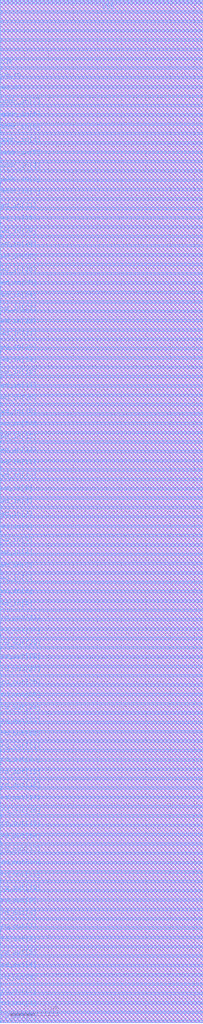
<source format=lef>
# Generated by FakeRAM 2.0
VERSION 5.7 ;
BUSBITCHARS "[]" ;
PROPERTYDEFINITIONS
  MACRO width INTEGER ;
  MACRO depth INTEGER ;
  MACRO banks INTEGER ;
END PROPERTYDEFINITIONS
MACRO fakeram7_256x32
  PROPERTY width 32 ;
  PROPERTY depth 256 ;
  PROPERTY banks 2 ;
  FOREIGN fakeram7_256x32 0 0 ;
  SYMMETRY X Y R90 ;
  SIZE 8.360 BY 42.000 ;
  CLASS BLOCK ;
  PIN rd_out[0]
    DIRECTION OUTPUT ;
    USE SIGNAL ;
    SHAPE ABUTMENT ;
    PORT
      LAYER M4 ;
      RECT 0.000 0.048 0.024 0.072 ;
    END
  END rd_out[0]
  PIN rd_out[1]
    DIRECTION OUTPUT ;
    USE SIGNAL ;
    SHAPE ABUTMENT ;
    PORT
      LAYER M4 ;
      RECT 0.000 0.576 0.024 0.600 ;
    END
  END rd_out[1]
  PIN rd_out[2]
    DIRECTION OUTPUT ;
    USE SIGNAL ;
    SHAPE ABUTMENT ;
    PORT
      LAYER M4 ;
      RECT 0.000 1.104 0.024 1.128 ;
    END
  END rd_out[2]
  PIN rd_out[3]
    DIRECTION OUTPUT ;
    USE SIGNAL ;
    SHAPE ABUTMENT ;
    PORT
      LAYER M4 ;
      RECT 0.000 1.632 0.024 1.656 ;
    END
  END rd_out[3]
  PIN rd_out[4]
    DIRECTION OUTPUT ;
    USE SIGNAL ;
    SHAPE ABUTMENT ;
    PORT
      LAYER M4 ;
      RECT 0.000 2.160 0.024 2.184 ;
    END
  END rd_out[4]
  PIN rd_out[5]
    DIRECTION OUTPUT ;
    USE SIGNAL ;
    SHAPE ABUTMENT ;
    PORT
      LAYER M4 ;
      RECT 0.000 2.688 0.024 2.712 ;
    END
  END rd_out[5]
  PIN rd_out[6]
    DIRECTION OUTPUT ;
    USE SIGNAL ;
    SHAPE ABUTMENT ;
    PORT
      LAYER M4 ;
      RECT 0.000 3.216 0.024 3.240 ;
    END
  END rd_out[6]
  PIN rd_out[7]
    DIRECTION OUTPUT ;
    USE SIGNAL ;
    SHAPE ABUTMENT ;
    PORT
      LAYER M4 ;
      RECT 0.000 3.744 0.024 3.768 ;
    END
  END rd_out[7]
  PIN rd_out[8]
    DIRECTION OUTPUT ;
    USE SIGNAL ;
    SHAPE ABUTMENT ;
    PORT
      LAYER M4 ;
      RECT 0.000 4.272 0.024 4.296 ;
    END
  END rd_out[8]
  PIN rd_out[9]
    DIRECTION OUTPUT ;
    USE SIGNAL ;
    SHAPE ABUTMENT ;
    PORT
      LAYER M4 ;
      RECT 0.000 4.800 0.024 4.824 ;
    END
  END rd_out[9]
  PIN rd_out[10]
    DIRECTION OUTPUT ;
    USE SIGNAL ;
    SHAPE ABUTMENT ;
    PORT
      LAYER M4 ;
      RECT 0.000 5.328 0.024 5.352 ;
    END
  END rd_out[10]
  PIN rd_out[11]
    DIRECTION OUTPUT ;
    USE SIGNAL ;
    SHAPE ABUTMENT ;
    PORT
      LAYER M4 ;
      RECT 0.000 5.856 0.024 5.880 ;
    END
  END rd_out[11]
  PIN rd_out[12]
    DIRECTION OUTPUT ;
    USE SIGNAL ;
    SHAPE ABUTMENT ;
    PORT
      LAYER M4 ;
      RECT 0.000 6.384 0.024 6.408 ;
    END
  END rd_out[12]
  PIN rd_out[13]
    DIRECTION OUTPUT ;
    USE SIGNAL ;
    SHAPE ABUTMENT ;
    PORT
      LAYER M4 ;
      RECT 0.000 6.912 0.024 6.936 ;
    END
  END rd_out[13]
  PIN rd_out[14]
    DIRECTION OUTPUT ;
    USE SIGNAL ;
    SHAPE ABUTMENT ;
    PORT
      LAYER M4 ;
      RECT 0.000 7.440 0.024 7.464 ;
    END
  END rd_out[14]
  PIN rd_out[15]
    DIRECTION OUTPUT ;
    USE SIGNAL ;
    SHAPE ABUTMENT ;
    PORT
      LAYER M4 ;
      RECT 0.000 7.968 0.024 7.992 ;
    END
  END rd_out[15]
  PIN rd_out[16]
    DIRECTION OUTPUT ;
    USE SIGNAL ;
    SHAPE ABUTMENT ;
    PORT
      LAYER M4 ;
      RECT 0.000 8.496 0.024 8.520 ;
    END
  END rd_out[16]
  PIN rd_out[17]
    DIRECTION OUTPUT ;
    USE SIGNAL ;
    SHAPE ABUTMENT ;
    PORT
      LAYER M4 ;
      RECT 0.000 9.024 0.024 9.048 ;
    END
  END rd_out[17]
  PIN rd_out[18]
    DIRECTION OUTPUT ;
    USE SIGNAL ;
    SHAPE ABUTMENT ;
    PORT
      LAYER M4 ;
      RECT 0.000 9.552 0.024 9.576 ;
    END
  END rd_out[18]
  PIN rd_out[19]
    DIRECTION OUTPUT ;
    USE SIGNAL ;
    SHAPE ABUTMENT ;
    PORT
      LAYER M4 ;
      RECT 0.000 10.080 0.024 10.104 ;
    END
  END rd_out[19]
  PIN rd_out[20]
    DIRECTION OUTPUT ;
    USE SIGNAL ;
    SHAPE ABUTMENT ;
    PORT
      LAYER M4 ;
      RECT 0.000 10.608 0.024 10.632 ;
    END
  END rd_out[20]
  PIN rd_out[21]
    DIRECTION OUTPUT ;
    USE SIGNAL ;
    SHAPE ABUTMENT ;
    PORT
      LAYER M4 ;
      RECT 0.000 11.136 0.024 11.160 ;
    END
  END rd_out[21]
  PIN rd_out[22]
    DIRECTION OUTPUT ;
    USE SIGNAL ;
    SHAPE ABUTMENT ;
    PORT
      LAYER M4 ;
      RECT 0.000 11.664 0.024 11.688 ;
    END
  END rd_out[22]
  PIN rd_out[23]
    DIRECTION OUTPUT ;
    USE SIGNAL ;
    SHAPE ABUTMENT ;
    PORT
      LAYER M4 ;
      RECT 0.000 12.192 0.024 12.216 ;
    END
  END rd_out[23]
  PIN rd_out[24]
    DIRECTION OUTPUT ;
    USE SIGNAL ;
    SHAPE ABUTMENT ;
    PORT
      LAYER M4 ;
      RECT 0.000 12.720 0.024 12.744 ;
    END
  END rd_out[24]
  PIN rd_out[25]
    DIRECTION OUTPUT ;
    USE SIGNAL ;
    SHAPE ABUTMENT ;
    PORT
      LAYER M4 ;
      RECT 0.000 13.248 0.024 13.272 ;
    END
  END rd_out[25]
  PIN rd_out[26]
    DIRECTION OUTPUT ;
    USE SIGNAL ;
    SHAPE ABUTMENT ;
    PORT
      LAYER M4 ;
      RECT 0.000 13.776 0.024 13.800 ;
    END
  END rd_out[26]
  PIN rd_out[27]
    DIRECTION OUTPUT ;
    USE SIGNAL ;
    SHAPE ABUTMENT ;
    PORT
      LAYER M4 ;
      RECT 0.000 14.304 0.024 14.328 ;
    END
  END rd_out[27]
  PIN rd_out[28]
    DIRECTION OUTPUT ;
    USE SIGNAL ;
    SHAPE ABUTMENT ;
    PORT
      LAYER M4 ;
      RECT 0.000 14.832 0.024 14.856 ;
    END
  END rd_out[28]
  PIN rd_out[29]
    DIRECTION OUTPUT ;
    USE SIGNAL ;
    SHAPE ABUTMENT ;
    PORT
      LAYER M4 ;
      RECT 0.000 15.360 0.024 15.384 ;
    END
  END rd_out[29]
  PIN rd_out[30]
    DIRECTION OUTPUT ;
    USE SIGNAL ;
    SHAPE ABUTMENT ;
    PORT
      LAYER M4 ;
      RECT 0.000 15.888 0.024 15.912 ;
    END
  END rd_out[30]
  PIN rd_out[31]
    DIRECTION OUTPUT ;
    USE SIGNAL ;
    SHAPE ABUTMENT ;
    PORT
      LAYER M4 ;
      RECT 0.000 16.416 0.024 16.440 ;
    END
  END rd_out[31]
  PIN wd_in[0]
    DIRECTION INPUT ;
    USE SIGNAL ;
    SHAPE ABUTMENT ;
    PORT
      LAYER M4 ;
      RECT 0.000 16.992 0.024 17.016 ;
    END
  END wd_in[0]
  PIN wd_in[1]
    DIRECTION INPUT ;
    USE SIGNAL ;
    SHAPE ABUTMENT ;
    PORT
      LAYER M4 ;
      RECT 0.000 17.520 0.024 17.544 ;
    END
  END wd_in[1]
  PIN wd_in[2]
    DIRECTION INPUT ;
    USE SIGNAL ;
    SHAPE ABUTMENT ;
    PORT
      LAYER M4 ;
      RECT 0.000 18.048 0.024 18.072 ;
    END
  END wd_in[2]
  PIN wd_in[3]
    DIRECTION INPUT ;
    USE SIGNAL ;
    SHAPE ABUTMENT ;
    PORT
      LAYER M4 ;
      RECT 0.000 18.576 0.024 18.600 ;
    END
  END wd_in[3]
  PIN wd_in[4]
    DIRECTION INPUT ;
    USE SIGNAL ;
    SHAPE ABUTMENT ;
    PORT
      LAYER M4 ;
      RECT 0.000 19.104 0.024 19.128 ;
    END
  END wd_in[4]
  PIN wd_in[5]
    DIRECTION INPUT ;
    USE SIGNAL ;
    SHAPE ABUTMENT ;
    PORT
      LAYER M4 ;
      RECT 0.000 19.632 0.024 19.656 ;
    END
  END wd_in[5]
  PIN wd_in[6]
    DIRECTION INPUT ;
    USE SIGNAL ;
    SHAPE ABUTMENT ;
    PORT
      LAYER M4 ;
      RECT 0.000 20.160 0.024 20.184 ;
    END
  END wd_in[6]
  PIN wd_in[7]
    DIRECTION INPUT ;
    USE SIGNAL ;
    SHAPE ABUTMENT ;
    PORT
      LAYER M4 ;
      RECT 0.000 20.688 0.024 20.712 ;
    END
  END wd_in[7]
  PIN wd_in[8]
    DIRECTION INPUT ;
    USE SIGNAL ;
    SHAPE ABUTMENT ;
    PORT
      LAYER M4 ;
      RECT 0.000 21.216 0.024 21.240 ;
    END
  END wd_in[8]
  PIN wd_in[9]
    DIRECTION INPUT ;
    USE SIGNAL ;
    SHAPE ABUTMENT ;
    PORT
      LAYER M4 ;
      RECT 0.000 21.744 0.024 21.768 ;
    END
  END wd_in[9]
  PIN wd_in[10]
    DIRECTION INPUT ;
    USE SIGNAL ;
    SHAPE ABUTMENT ;
    PORT
      LAYER M4 ;
      RECT 0.000 22.272 0.024 22.296 ;
    END
  END wd_in[10]
  PIN wd_in[11]
    DIRECTION INPUT ;
    USE SIGNAL ;
    SHAPE ABUTMENT ;
    PORT
      LAYER M4 ;
      RECT 0.000 22.800 0.024 22.824 ;
    END
  END wd_in[11]
  PIN wd_in[12]
    DIRECTION INPUT ;
    USE SIGNAL ;
    SHAPE ABUTMENT ;
    PORT
      LAYER M4 ;
      RECT 0.000 23.328 0.024 23.352 ;
    END
  END wd_in[12]
  PIN wd_in[13]
    DIRECTION INPUT ;
    USE SIGNAL ;
    SHAPE ABUTMENT ;
    PORT
      LAYER M4 ;
      RECT 0.000 23.856 0.024 23.880 ;
    END
  END wd_in[13]
  PIN wd_in[14]
    DIRECTION INPUT ;
    USE SIGNAL ;
    SHAPE ABUTMENT ;
    PORT
      LAYER M4 ;
      RECT 0.000 24.384 0.024 24.408 ;
    END
  END wd_in[14]
  PIN wd_in[15]
    DIRECTION INPUT ;
    USE SIGNAL ;
    SHAPE ABUTMENT ;
    PORT
      LAYER M4 ;
      RECT 0.000 24.912 0.024 24.936 ;
    END
  END wd_in[15]
  PIN wd_in[16]
    DIRECTION INPUT ;
    USE SIGNAL ;
    SHAPE ABUTMENT ;
    PORT
      LAYER M4 ;
      RECT 0.000 25.440 0.024 25.464 ;
    END
  END wd_in[16]
  PIN wd_in[17]
    DIRECTION INPUT ;
    USE SIGNAL ;
    SHAPE ABUTMENT ;
    PORT
      LAYER M4 ;
      RECT 0.000 25.968 0.024 25.992 ;
    END
  END wd_in[17]
  PIN wd_in[18]
    DIRECTION INPUT ;
    USE SIGNAL ;
    SHAPE ABUTMENT ;
    PORT
      LAYER M4 ;
      RECT 0.000 26.496 0.024 26.520 ;
    END
  END wd_in[18]
  PIN wd_in[19]
    DIRECTION INPUT ;
    USE SIGNAL ;
    SHAPE ABUTMENT ;
    PORT
      LAYER M4 ;
      RECT 0.000 27.024 0.024 27.048 ;
    END
  END wd_in[19]
  PIN wd_in[20]
    DIRECTION INPUT ;
    USE SIGNAL ;
    SHAPE ABUTMENT ;
    PORT
      LAYER M4 ;
      RECT 0.000 27.552 0.024 27.576 ;
    END
  END wd_in[20]
  PIN wd_in[21]
    DIRECTION INPUT ;
    USE SIGNAL ;
    SHAPE ABUTMENT ;
    PORT
      LAYER M4 ;
      RECT 0.000 28.080 0.024 28.104 ;
    END
  END wd_in[21]
  PIN wd_in[22]
    DIRECTION INPUT ;
    USE SIGNAL ;
    SHAPE ABUTMENT ;
    PORT
      LAYER M4 ;
      RECT 0.000 28.608 0.024 28.632 ;
    END
  END wd_in[22]
  PIN wd_in[23]
    DIRECTION INPUT ;
    USE SIGNAL ;
    SHAPE ABUTMENT ;
    PORT
      LAYER M4 ;
      RECT 0.000 29.136 0.024 29.160 ;
    END
  END wd_in[23]
  PIN wd_in[24]
    DIRECTION INPUT ;
    USE SIGNAL ;
    SHAPE ABUTMENT ;
    PORT
      LAYER M4 ;
      RECT 0.000 29.664 0.024 29.688 ;
    END
  END wd_in[24]
  PIN wd_in[25]
    DIRECTION INPUT ;
    USE SIGNAL ;
    SHAPE ABUTMENT ;
    PORT
      LAYER M4 ;
      RECT 0.000 30.192 0.024 30.216 ;
    END
  END wd_in[25]
  PIN wd_in[26]
    DIRECTION INPUT ;
    USE SIGNAL ;
    SHAPE ABUTMENT ;
    PORT
      LAYER M4 ;
      RECT 0.000 30.720 0.024 30.744 ;
    END
  END wd_in[26]
  PIN wd_in[27]
    DIRECTION INPUT ;
    USE SIGNAL ;
    SHAPE ABUTMENT ;
    PORT
      LAYER M4 ;
      RECT 0.000 31.248 0.024 31.272 ;
    END
  END wd_in[27]
  PIN wd_in[28]
    DIRECTION INPUT ;
    USE SIGNAL ;
    SHAPE ABUTMENT ;
    PORT
      LAYER M4 ;
      RECT 0.000 31.776 0.024 31.800 ;
    END
  END wd_in[28]
  PIN wd_in[29]
    DIRECTION INPUT ;
    USE SIGNAL ;
    SHAPE ABUTMENT ;
    PORT
      LAYER M4 ;
      RECT 0.000 32.304 0.024 32.328 ;
    END
  END wd_in[29]
  PIN wd_in[30]
    DIRECTION INPUT ;
    USE SIGNAL ;
    SHAPE ABUTMENT ;
    PORT
      LAYER M4 ;
      RECT 0.000 32.832 0.024 32.856 ;
    END
  END wd_in[30]
  PIN wd_in[31]
    DIRECTION INPUT ;
    USE SIGNAL ;
    SHAPE ABUTMENT ;
    PORT
      LAYER M4 ;
      RECT 0.000 33.360 0.024 33.384 ;
    END
  END wd_in[31]
  PIN addr_in[0]
    DIRECTION INPUT ;
    USE SIGNAL ;
    SHAPE ABUTMENT ;
    PORT
      LAYER M4 ;
      RECT 0.000 33.936 0.024 33.960 ;
    END
  END addr_in[0]
  PIN addr_in[1]
    DIRECTION INPUT ;
    USE SIGNAL ;
    SHAPE ABUTMENT ;
    PORT
      LAYER M4 ;
      RECT 0.000 34.464 0.024 34.488 ;
    END
  END addr_in[1]
  PIN addr_in[2]
    DIRECTION INPUT ;
    USE SIGNAL ;
    SHAPE ABUTMENT ;
    PORT
      LAYER M4 ;
      RECT 0.000 34.992 0.024 35.016 ;
    END
  END addr_in[2]
  PIN addr_in[3]
    DIRECTION INPUT ;
    USE SIGNAL ;
    SHAPE ABUTMENT ;
    PORT
      LAYER M4 ;
      RECT 0.000 35.520 0.024 35.544 ;
    END
  END addr_in[3]
  PIN addr_in[4]
    DIRECTION INPUT ;
    USE SIGNAL ;
    SHAPE ABUTMENT ;
    PORT
      LAYER M4 ;
      RECT 0.000 36.048 0.024 36.072 ;
    END
  END addr_in[4]
  PIN addr_in[5]
    DIRECTION INPUT ;
    USE SIGNAL ;
    SHAPE ABUTMENT ;
    PORT
      LAYER M4 ;
      RECT 0.000 36.576 0.024 36.600 ;
    END
  END addr_in[5]
  PIN addr_in[6]
    DIRECTION INPUT ;
    USE SIGNAL ;
    SHAPE ABUTMENT ;
    PORT
      LAYER M4 ;
      RECT 0.000 37.104 0.024 37.128 ;
    END
  END addr_in[6]
  PIN addr_in[7]
    DIRECTION INPUT ;
    USE SIGNAL ;
    SHAPE ABUTMENT ;
    PORT
      LAYER M4 ;
      RECT 0.000 37.632 0.024 37.656 ;
    END
  END addr_in[7]
  PIN we_in
    DIRECTION INPUT ;
    USE SIGNAL ;
    SHAPE ABUTMENT ;
    PORT
      LAYER M4 ;
      RECT 0.000 38.208 0.024 38.232 ;
    END
  END we_in
  PIN ce_in
    DIRECTION INPUT ;
    USE SIGNAL ;
    SHAPE ABUTMENT ;
    PORT
      LAYER M4 ;
      RECT 0.000 38.736 0.024 38.760 ;
    END
  END ce_in
  PIN clk
    DIRECTION INPUT ;
    USE SIGNAL ;
    SHAPE ABUTMENT ;
    PORT
      LAYER M4 ;
      RECT 0.000 39.264 0.024 39.288 ;
    END
  END clk
  PIN VSS
    DIRECTION INOUT ;
    USE GROUND ;
    PORT
      LAYER M4 ;
      RECT 0.048 0.000 8.312 0.096 ;
      RECT 0.048 0.768 8.312 0.864 ;
      RECT 0.048 1.536 8.312 1.632 ;
      RECT 0.048 2.304 8.312 2.400 ;
      RECT 0.048 3.072 8.312 3.168 ;
      RECT 0.048 3.840 8.312 3.936 ;
      RECT 0.048 4.608 8.312 4.704 ;
      RECT 0.048 5.376 8.312 5.472 ;
      RECT 0.048 6.144 8.312 6.240 ;
      RECT 0.048 6.912 8.312 7.008 ;
      RECT 0.048 7.680 8.312 7.776 ;
      RECT 0.048 8.448 8.312 8.544 ;
      RECT 0.048 9.216 8.312 9.312 ;
      RECT 0.048 9.984 8.312 10.080 ;
      RECT 0.048 10.752 8.312 10.848 ;
      RECT 0.048 11.520 8.312 11.616 ;
      RECT 0.048 12.288 8.312 12.384 ;
      RECT 0.048 13.056 8.312 13.152 ;
      RECT 0.048 13.824 8.312 13.920 ;
      RECT 0.048 14.592 8.312 14.688 ;
      RECT 0.048 15.360 8.312 15.456 ;
      RECT 0.048 16.128 8.312 16.224 ;
      RECT 0.048 16.896 8.312 16.992 ;
      RECT 0.048 17.664 8.312 17.760 ;
      RECT 0.048 18.432 8.312 18.528 ;
      RECT 0.048 19.200 8.312 19.296 ;
      RECT 0.048 19.968 8.312 20.064 ;
      RECT 0.048 20.736 8.312 20.832 ;
      RECT 0.048 21.504 8.312 21.600 ;
      RECT 0.048 22.272 8.312 22.368 ;
      RECT 0.048 23.040 8.312 23.136 ;
      RECT 0.048 23.808 8.312 23.904 ;
      RECT 0.048 24.576 8.312 24.672 ;
      RECT 0.048 25.344 8.312 25.440 ;
      RECT 0.048 26.112 8.312 26.208 ;
      RECT 0.048 26.880 8.312 26.976 ;
      RECT 0.048 27.648 8.312 27.744 ;
      RECT 0.048 28.416 8.312 28.512 ;
      RECT 0.048 29.184 8.312 29.280 ;
      RECT 0.048 29.952 8.312 30.048 ;
      RECT 0.048 30.720 8.312 30.816 ;
      RECT 0.048 31.488 8.312 31.584 ;
      RECT 0.048 32.256 8.312 32.352 ;
      RECT 0.048 33.024 8.312 33.120 ;
      RECT 0.048 33.792 8.312 33.888 ;
      RECT 0.048 34.560 8.312 34.656 ;
      RECT 0.048 35.328 8.312 35.424 ;
      RECT 0.048 36.096 8.312 36.192 ;
      RECT 0.048 36.864 8.312 36.960 ;
      RECT 0.048 37.632 8.312 37.728 ;
      RECT 0.048 38.400 8.312 38.496 ;
      RECT 0.048 39.168 8.312 39.264 ;
      RECT 0.048 39.936 8.312 40.032 ;
      RECT 0.048 40.704 8.312 40.800 ;
      RECT 0.048 41.472 8.312 41.568 ;
    END
  END VSS
  PIN VDD
    DIRECTION INOUT ;
    USE POWER ;
    PORT
      LAYER M4 ;
      RECT 0.048 0.384 8.312 0.480 ;
      RECT 0.048 1.152 8.312 1.248 ;
      RECT 0.048 1.920 8.312 2.016 ;
      RECT 0.048 2.688 8.312 2.784 ;
      RECT 0.048 3.456 8.312 3.552 ;
      RECT 0.048 4.224 8.312 4.320 ;
      RECT 0.048 4.992 8.312 5.088 ;
      RECT 0.048 5.760 8.312 5.856 ;
      RECT 0.048 6.528 8.312 6.624 ;
      RECT 0.048 7.296 8.312 7.392 ;
      RECT 0.048 8.064 8.312 8.160 ;
      RECT 0.048 8.832 8.312 8.928 ;
      RECT 0.048 9.600 8.312 9.696 ;
      RECT 0.048 10.368 8.312 10.464 ;
      RECT 0.048 11.136 8.312 11.232 ;
      RECT 0.048 11.904 8.312 12.000 ;
      RECT 0.048 12.672 8.312 12.768 ;
      RECT 0.048 13.440 8.312 13.536 ;
      RECT 0.048 14.208 8.312 14.304 ;
      RECT 0.048 14.976 8.312 15.072 ;
      RECT 0.048 15.744 8.312 15.840 ;
      RECT 0.048 16.512 8.312 16.608 ;
      RECT 0.048 17.280 8.312 17.376 ;
      RECT 0.048 18.048 8.312 18.144 ;
      RECT 0.048 18.816 8.312 18.912 ;
      RECT 0.048 19.584 8.312 19.680 ;
      RECT 0.048 20.352 8.312 20.448 ;
      RECT 0.048 21.120 8.312 21.216 ;
      RECT 0.048 21.888 8.312 21.984 ;
      RECT 0.048 22.656 8.312 22.752 ;
      RECT 0.048 23.424 8.312 23.520 ;
      RECT 0.048 24.192 8.312 24.288 ;
      RECT 0.048 24.960 8.312 25.056 ;
      RECT 0.048 25.728 8.312 25.824 ;
      RECT 0.048 26.496 8.312 26.592 ;
      RECT 0.048 27.264 8.312 27.360 ;
      RECT 0.048 28.032 8.312 28.128 ;
      RECT 0.048 28.800 8.312 28.896 ;
      RECT 0.048 29.568 8.312 29.664 ;
      RECT 0.048 30.336 8.312 30.432 ;
      RECT 0.048 31.104 8.312 31.200 ;
      RECT 0.048 31.872 8.312 31.968 ;
      RECT 0.048 32.640 8.312 32.736 ;
      RECT 0.048 33.408 8.312 33.504 ;
      RECT 0.048 34.176 8.312 34.272 ;
      RECT 0.048 34.944 8.312 35.040 ;
      RECT 0.048 35.712 8.312 35.808 ;
      RECT 0.048 36.480 8.312 36.576 ;
      RECT 0.048 37.248 8.312 37.344 ;
      RECT 0.048 38.016 8.312 38.112 ;
      RECT 0.048 38.784 8.312 38.880 ;
      RECT 0.048 39.552 8.312 39.648 ;
      RECT 0.048 40.320 8.312 40.416 ;
      RECT 0.048 41.088 8.312 41.184 ;
      RECT 0.048 41.856 8.312 41.952 ;
    END
  END VDD
  OBS
    LAYER M1 ;
    RECT 0 0 8.360 42.000 ;
    LAYER M2 ;
    RECT 0 0 8.360 42.000 ;
    LAYER M3 ;
    RECT 0 0 8.360 42.000 ;
    LAYER M4 ;
    RECT 0 0 8.360 42.000 ;
  END
END fakeram7_256x32

END LIBRARY

</source>
